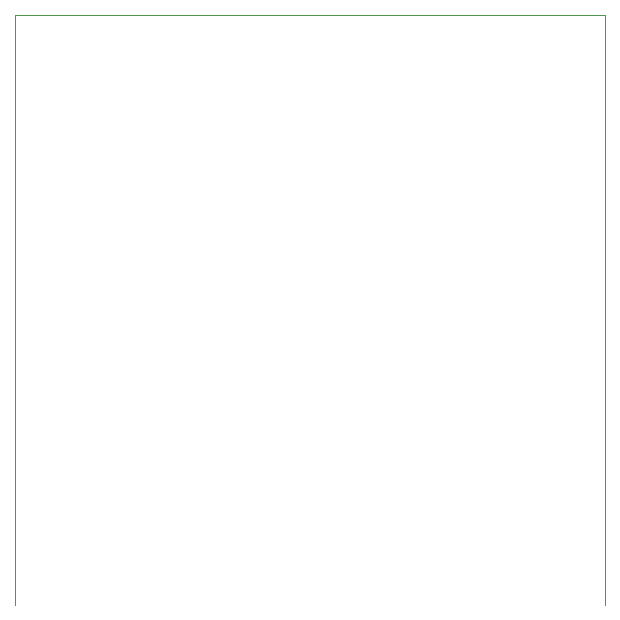
<source format=gbp>
G75*
%MOIN*%
%OFA0B0*%
%FSLAX25Y25*%
%IPPOS*%
%LPD*%
%AMOC8*
5,1,8,0,0,1.08239X$1,22.5*
%
%ADD10C,0.00000*%
D10*
X0008764Y0001800D02*
X0008764Y0198650D01*
X0205615Y0198650D01*
X0205615Y0001800D01*
M02*

</source>
